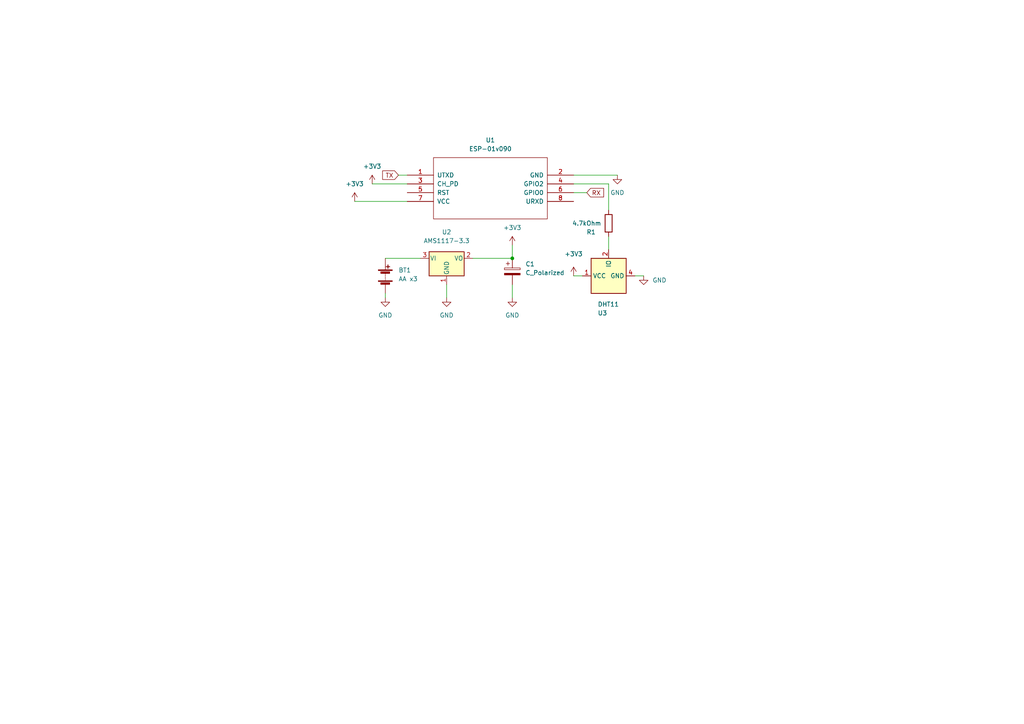
<source format=kicad_sch>
(kicad_sch (version 20211123) (generator eeschema)
  (paper "A4")
  (lib_symbols
    (symbol "Device:Battery" (pin_numbers hide) (pin_names (offset 0) hide)
      (property "Reference" "BT" (at 2.54 2.54 0))
      (property "Value" "Battery" (at 2.54 0 0))
      (symbol "Battery_0_1"
        (rectangle (start -2.032 -1.397) (end 2.032 -1.651) (fill (type outline)))
        (rectangle (start -2.032 1.778) (end 2.032 1.524) (fill (type outline)))
        (rectangle (start -1.3208 -1.9812) (end 1.27 -2.4892) (fill (type outline)))
        (rectangle (start -1.3208 1.1938) (end 1.27 0.6858) (fill (type outline)))
        (polyline (pts (xy 0 -1.524) (xy 0 -1.27)))
        (polyline (pts (xy 0 -1.016) (xy 0 -0.762)))
        (polyline (pts (xy 0 -0.508) (xy 0 -0.254)))
        (polyline (pts (xy 0 0) (xy 0 0.254)))
        (polyline (pts (xy 0 0.508) (xy 0 0.762)))
        (polyline (pts (xy 0 1.778) (xy 0 2.54)))
        (polyline (pts (xy 0.254 2.667) (xy 1.27 2.667)) (stroke (width 0.254)))
        (polyline (pts (xy 0.762 3.175) (xy 0.762 2.159)) (stroke (width 0.254)))
      )
      (symbol "Battery_1_1"
        (pin passive line (at 0 5.08 270) (length 2.54) (name "+") (number "1"))
        (pin passive line (at 0 -5.08 90) (length 2.54) (name "-") (number "2"))
      )
    )
    (symbol "Device:C_Polarized" (pin_numbers hide) (pin_names (offset 0.254))
      (property "Reference" "C" (at 0.635 2.54 0))
      (property "Value" "C_Polarized" (at 0.635 -2.54 0))
      (symbol "C_Polarized_0_1"
        (rectangle (start -2.286 0.508) (end 2.286 1.016))
        (polyline (pts (xy -1.778 2.286) (xy -0.762 2.286)))
        (polyline (pts (xy -1.27 2.794) (xy -1.27 1.778)))
        (rectangle (start 2.286 -0.508) (end -2.286 -1.016) (fill (type outline)))
      )
      (symbol "C_Polarized_1_1"
        (pin passive line (at 0 3.81 270) (length 2.794) (name "~") (number "1"))
        (pin passive line (at 0 -3.81 90) (length 2.794) (name "~") (number "2"))
      )
    )
    (symbol "Device:R" (pin_numbers hide) (pin_names (offset 0))
      (property "Reference" "R" (at 2.032 0 90))
      (property "Value" "R" (at 0 0 90))
      (symbol "R_0_1"
        (rectangle (start -1.016 -2.54) (end 1.016 2.54) (stroke (width 0.254)))
      )
      (symbol "R_1_1"
        (pin passive line (at 0 3.81 270) (length 1.27) (name "~") (number "1"))
        (pin passive line (at 0 -3.81 90) (length 1.27) (name "~") (number "2"))
      )
    )
    (symbol "ESP8266:ESP-01v090" (pin_names (offset 1.016))
      (property "Reference" "U" (at 0 -2.54 0))
      (property "Value" "ESP-01v090" (at 0 2.54 0))
      (symbol "ESP-01v090_1_0"
        (rectangle (start -16.51 -8.89) (end 16.51 8.89))
      )
      (symbol "ESP-01v090_1_1"
        (pin output line (at -24.13 3.81 0) (length 7.62) (name "UTXD") (number "1"))
        (pin power_in line (at 24.13 3.81 180) (length 7.62) (name "GND") (number "2"))
        (pin input line (at -24.13 1.27 0) (length 7.62) (name "CH_PD") (number "3"))
        (pin tri_state line (at 24.13 1.27 180) (length 7.62) (name "GPIO2") (number "4"))
        (pin input line (at -24.13 -1.27 0) (length 7.62) (name "RST") (number "5"))
        (pin tri_state line (at 24.13 -1.27 180) (length 7.62) (name "GPIO0") (number "6"))
        (pin power_in line (at -24.13 -3.81 0) (length 7.62) (name "VCC") (number "7"))
        (pin input line (at 24.13 -3.81 180) (length 7.62) (name "URXD") (number "8"))
      )
    )
    (symbol "Regulator_Linear:AMS1117-3.3" (pin_names (offset 0.254))
      (property "Reference" "U" (at -3.81 3.175 0))
      (property "Value" "AMS1117-3.3" (at 0 3.175 0))
      (symbol "AMS1117-3.3_0_1"
        (rectangle (start -5.08 -5.08) (end 5.08 1.905) (stroke (width 0.254)) (fill (type background)))
      )
      (symbol "AMS1117-3.3_1_1"
        (pin power_in line (at 0 -7.62 90) (length 2.54) (name "GND") (number "1"))
        (pin power_out line (at 7.62 0 180) (length 2.54) (name "VO") (number "2"))
        (pin power_in line (at -7.62 0 0) (length 2.54) (name "VI") (number "3"))
      )
    )
    (symbol "Sensor:DHT11"
      (property "Reference" "U" (at -3.81 6.35 0))
      (property "Value" "DHT11" (at 3.81 6.35 0))
      (symbol "DHT11_0_1"
        (rectangle (start -5.08 5.08) (end 5.08 -5.08) (stroke (width 0.254)) (fill (type background)))
      )
      (symbol "DHT11_1_1"
        (pin power_in line (at 0 7.62 270) (length 2.54) (name "VCC") (number "1"))
        (pin bidirectional line (at 7.62 0 180) (length 2.54) (name "IO") (number "2"))
        (pin no_connect line (at -5.08 0 0) (length 2.54) hide (name "NC") (number "3"))
        (pin power_in line (at 0 -7.62 90) (length 2.54) (name "GND") (number "4"))
      )
    )
    (symbol "power:+3V3" (power) (pin_names (offset 0))
      (property "Value" "+3V3" (at 0 3.556 0))
      (symbol "+3V3_0_1"
        (polyline (pts (xy -0.762 1.27) (xy 0 2.54)))
        (polyline (pts (xy 0 0) (xy 0 2.54)))
        (polyline (pts (xy 0 2.54) (xy 0.762 1.27)))
      )
      (symbol "+3V3_1_1"
        (pin power_in line (at 0 0 90) (length 0) hide (name "+3V3") (number "1"))
      )
    )
    (symbol "power:GND" (power) (pin_names (offset 0))
      (property "Value" "GND" (at 0 -3.81 0))
      (symbol "GND_0_1"
        (polyline (pts (xy 0 0) (xy 0 -1.27) (xy 1.27 -1.27) (xy 0 -2.54) (xy -1.27 -1.27) (xy 0 -1.27)))
      )
      (symbol "GND_1_1"
        (pin power_in line (at 0 0 270) (length 0) hide (name "GND") (number "1"))
      )
    )
  )
  (junction (at 148.59 74.93))
  (wire (pts (xy 166.37 80.01) (xy 168.91 80.01)))
  (wire (pts (xy 184.15 80.01) (xy 186.69 80.01)))
  (wire (pts (xy 107.95 53.34) (xy 118.11 53.34)))
  (wire (pts (xy 111.76 74.93) (xy 121.92 74.93)))
  (wire (pts (xy 176.53 72.39) (xy 176.53 68.58)))
  (wire (pts (xy 115.57 50.8) (xy 118.11 50.8)))
  (wire (pts (xy 148.59 82.55) (xy 148.59 86.36)))
  (wire (pts (xy 129.54 82.55) (xy 129.54 86.36)))
  (wire (pts (xy 102.87 58.42) (xy 118.11 58.42)))
  (wire (pts (xy 166.37 55.88) (xy 170.18 55.88)))
  (wire (pts (xy 166.37 50.8) (xy 179.07 50.8)))
  (wire (pts (xy 137.16 74.93) (xy 148.59 74.93)))
  (wire (pts (xy 176.53 53.34) (xy 176.53 60.96)))
  (wire (pts (xy 166.37 53.34) (xy 176.53 53.34)))
  (wire (pts (xy 148.59 71.12) (xy 148.59 74.93)))
  (wire (pts (xy 111.76 86.36) (xy 111.76 85.09)))
  (global_label "TX" (shape input) (at 115.57 50.8 180) (property "Referencias entre hojas" "${INTERSHEET_REFS}" (effects hide)))
  (global_label "RX" (shape input) (at 170.18 55.88 0) (property "Referencias entre hojas" "${INTERSHEET_REFS}" (effects hide)))
  (symbol (lib_id "Sensor:DHT11") (at 176.53 80.01 90) (unit 1)
    (property "Reference" "U3" (at 173.355 90.8051 90) (effects (justify right)))
    (property "Value" "DHT11" (at 173.355 88.2651 90) (effects (justify right)))
    (property "Footprint" "Sensor:Aosong_DHT11_5.5x12.0_P2.54mm" (effects hide))
    (property "Datasheet" "http://akizukidenshi.com/download/ds/aosong/DHT11.pdf" (effects hide))
  )
  (symbol (lib_id "power:+3V3") (at 166.37 80.01 0) (unit 1)
    (property "Reference" "#PWR0109" (effects hide))
    (property "Value" "+3V3" (at 166.37 73.66 0))
  )
  (symbol (lib_id "power:+3V3") (at 107.95 53.34 0) (unit 1)
    (property "Reference" "#PWR0102" (effects hide))
    (property "Value" "+3V3" (at 107.95 48.26 0))
  )
  (symbol (lib_id "power:GND") (at 179.07 50.8 0) (unit 1)
    (property "Reference" "#PWR0101" (effects hide))
    (property "Value" "GND" (at 179.07 55.88 0))
  )
  (symbol (lib_id "Device:R") (at 176.53 64.77 180) (unit 1)
    (property "Reference" "R1" (at 171.45 67.31 0))
    (property "Value" "4.7kOhm" (at 170.18 64.77 0))
    (property "Footprint" "Resistor_THT:R_Axial_DIN0204_L3.6mm_D1.6mm_P7.62mm_Horizontal" (effects hide))
  )
  (symbol (lib_id "ESP8266:ESP-01v090") (at 142.24 54.61 0) (unit 1)
    (property "Reference" "U1" (at 142.24 40.64 0))
    (property "Value" "ESP-01v090" (at 142.24 43.18 0))
    (property "Footprint" "ESP8266:ESP-01" (effects hide))
    (property "Datasheet" "http://l0l.org.uk/2014/12/esp8266-modules-hardware-guide-gotta-catch-em-all/" (effects hide))
  )
  (symbol (lib_id "power:+3V3") (at 148.59 71.12 0) (unit 1)
    (property "Reference" "#PWR0106" (effects hide))
    (property "Value" "+3V3" (at 148.59 66.04 0))
  )
  (symbol (lib_id "power:GND") (at 111.76 86.36 0) (unit 1)
    (property "Reference" "#PWR0105" (effects hide))
    (property "Value" "GND" (at 111.76 91.44 0))
  )
  (symbol (lib_id "Regulator_Linear:AMS1117-3.3") (at 129.54 74.93 0) (unit 1)
    (property "Reference" "U2" (at 129.54 67.31 0))
    (property "Value" "AMS1117-3.3" (at 129.54 69.85 0))
    (property "Footprint" "Package_TO_SOT_SMD:SOT-223-3_TabPin2" (effects hide))
    (property "Datasheet" "http://www.advanced-monolithic.com/pdf/ds1117.pdf" (effects hide))
  )
  (symbol (lib_id "Device:C_Polarized") (at 148.59 78.74 0) (unit 1)
    (property "Reference" "C1" (at 152.4 76.5809 0) (effects (justify left)))
    (property "Value" "C_Polarized" (at 152.4 79.1209 0) (effects (justify left)))
    (property "Footprint" "Capacitor_THT:CP_Radial_D7.5mm_P2.50mm" (effects hide))
  )
  (symbol (lib_id "power:+3V3") (at 102.87 58.42 0) (unit 1)
    (property "Reference" "#PWR0103" (effects hide))
    (property "Value" "+3V3" (at 102.87 53.34 0))
  )
  (symbol (lib_id "power:GND") (at 129.54 86.36 0) (unit 1)
    (property "Reference" "#PWR0104" (effects hide))
    (property "Value" "GND" (at 129.54 91.44 0))
  )
  (symbol (lib_id "Device:Battery") (at 111.76 80.01 0) (unit 1)
    (property "Reference" "BT1" (at 115.57 78.3589 0) (effects (justify left)))
    (property "Value" "AA x3" (at 115.57 80.8989 0) (effects (justify left)))
    (property "Footprint" "Battery:BatteryHolder_TruPower_BH-331P_3xAA" (effects hide))
  )
  (symbol (lib_id "power:GND") (at 186.69 80.01 0) (unit 1)
    (property "Reference" "#PWR0108" (effects hide))
    (property "Value" "GND" (at 189.23 81.2799 0) (effects (justify left)))
  )
  (symbol (lib_id "power:GND") (at 148.59 86.36 0) (unit 1)
    (property "Reference" "#PWR0107" (effects hide))
    (property "Value" "GND" (at 148.59 91.44 0))
  )
)
</source>
